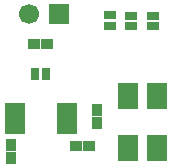
<source format=gtp>
G04 This is an RS-274x file exported by *
G04 gerbv version 2.6.0 *
G04 More information is available about gerbv at *
G04 http://gerbv.gpleda.org/ *
G04 --End of header info--*
%MOIN*%
%FSLAX34Y34*%
%IPPOS*%
G04 --Define apertures--*
%ADD10C,0.0039*%
%ADD11R,0.0957X0.0837*%
%ADD12O,0.0957X0.0837*%
%ADD13R,0.0354X0.0394*%
%ADD14R,0.0709X0.0276*%
%ADD15R,0.0315X0.0394*%
%ADD16R,0.0394X0.0315*%
%ADD17R,0.0394X0.0354*%
%ADD18R,0.0708X0.0866*%
%ADD19C,0.1236*%
%ADD20C,0.1039*%
%ADD21O,0.1535X0.2913*%
%ADD22O,0.0787X0.1141*%
%ADD23R,0.0669X0.0669*%
%ADD24C,0.0669*%
%ADD25O,0.1344X0.0750*%
G04 --Start main section--*
G54D13*
G01X0075390Y-041457D03*
G01X0075390Y-041023D03*
G54D14*
G01X0074366Y-041694D03*
G01X0074366Y-041497D03*
G01X0074366Y-041300D03*
G01X0074366Y-041103D03*
G01X0074366Y-040906D03*
G01X0072634Y-040906D03*
G01X0072634Y-041103D03*
G01X0072634Y-041300D03*
G01X0072634Y-041497D03*
G01X0072634Y-041694D03*
G54D13*
G01X0072500Y-042183D03*
G01X0072500Y-042617D03*
G54D15*
G01X0073323Y-039800D03*
G01X0073677Y-039800D03*
G54D16*
G01X0077230Y-037873D03*
G01X0077230Y-038227D03*
G01X0076500Y-037873D03*
G01X0076500Y-038227D03*
G54D17*
G01X0075117Y-042200D03*
G01X0074683Y-042200D03*
G54D16*
G01X0075810Y-037863D03*
G01X0075810Y-038217D03*
G54D18*
G01X0077362Y-042296D03*
G01X0077362Y-040564D03*
G01X0076418Y-040564D03*
G01X0076418Y-042296D03*
G54D17*
G01X0073717Y-038800D03*
G01X0073283Y-038800D03*
G54D23*
G01X0074100Y-037800D03*
G54D24*
G01X0073116Y-037800D03*
M02*

</source>
